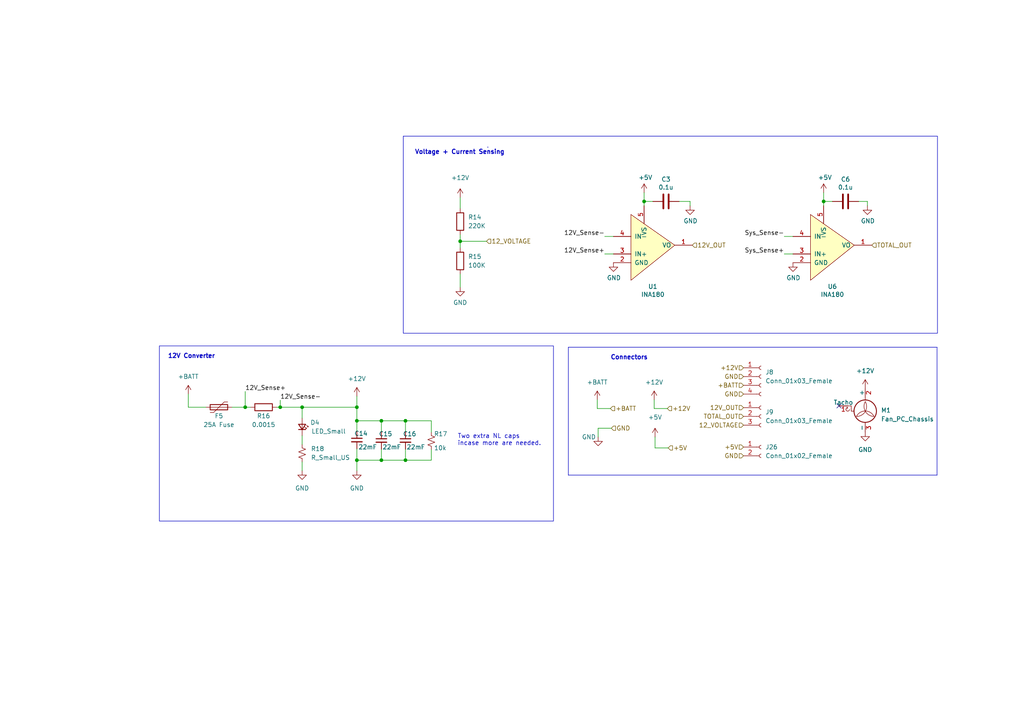
<source format=kicad_sch>
(kicad_sch (version 20231120) (generator "eeschema") (generator_version "8.0")
  (paper "A4")
  (lib_symbols
    (symbol "Connector:Conn_01x02_Female" (pin_names (offset 1.016) hide)
      (property "Reference" "J" (at 0 2.54 0))
      (property "Value" "Conn_01x02_Female" (at 0 -5.08 0))
      (symbol "Conn_01x02_Female_1_1"
        (arc (start 0 -2.032) (mid -0.5058 -2.54) (end 0 -3.048) (stroke (width 0.1524)))
        (polyline (pts (xy -1.27 -2.54) (xy -0.508 -2.54)) (stroke (width 0.1524)))
        (polyline (pts (xy -1.27 0) (xy -0.508 0)) (stroke (width 0.1524)))
        (arc (start 0 0.508) (mid -0.5058 0) (end 0 -0.508) (stroke (width 0.1524)))
        (pin passive line (at -5.08 0 0) (length 3.81) (name "Pin_1") (number "1"))
        (pin passive line (at -5.08 -2.54 0) (length 3.81) (name "Pin_2") (number "2"))
      )
    )
    (symbol "Connector:Conn_01x03_Female" (pin_names (offset 1.016) hide)
      (property "Reference" "J" (at 0 5.08 0))
      (property "Value" "Conn_01x03_Female" (at 0 -5.08 0))
      (symbol "Conn_01x03_Female_1_1"
        (arc (start 0 -2.032) (mid -0.5058 -2.54) (end 0 -3.048) (stroke (width 0.1524)))
        (polyline (pts (xy -1.27 -2.54) (xy -0.508 -2.54)) (stroke (width 0.1524)))
        (polyline (pts (xy -1.27 0) (xy -0.508 0)) (stroke (width 0.1524)))
        (polyline (pts (xy -1.27 2.54) (xy -0.508 2.54)) (stroke (width 0.1524)))
        (arc (start 0 0.508) (mid -0.5058 0) (end 0 -0.508) (stroke (width 0.1524)))
        (arc (start 0 3.048) (mid -0.5058 2.54) (end 0 2.032) (stroke (width 0.1524)))
        (pin passive line (at -5.08 2.54 0) (length 3.81) (name "Pin_1") (number "1"))
        (pin passive line (at -5.08 0 0) (length 3.81) (name "Pin_2") (number "2"))
        (pin passive line (at -5.08 -2.54 0) (length 3.81) (name "Pin_3") (number "3"))
      )
    )
    (symbol "Connector:Conn_01x04_Female" (pin_names (offset 1.016) hide)
      (property "Reference" "J" (at 0 5.08 0))
      (property "Value" "Conn_01x04_Female" (at 0 -7.62 0))
      (symbol "Conn_01x04_Female_1_1"
        (arc (start 0 -4.572) (mid -0.5058 -5.08) (end 0 -5.588) (stroke (width 0.1524)))
        (arc (start 0 -2.032) (mid -0.5058 -2.54) (end 0 -3.048) (stroke (width 0.1524)))
        (polyline (pts (xy -1.27 -5.08) (xy -0.508 -5.08)) (stroke (width 0.1524)))
        (polyline (pts (xy -1.27 -2.54) (xy -0.508 -2.54)) (stroke (width 0.1524)))
        (polyline (pts (xy -1.27 0) (xy -0.508 0)) (stroke (width 0.1524)))
        (polyline (pts (xy -1.27 2.54) (xy -0.508 2.54)) (stroke (width 0.1524)))
        (arc (start 0 0.508) (mid -0.5058 0) (end 0 -0.508) (stroke (width 0.1524)))
        (arc (start 0 3.048) (mid -0.5058 2.54) (end 0 2.032) (stroke (width 0.1524)))
        (pin passive line (at -5.08 2.54 0) (length 3.81) (name "Pin_1") (number "1"))
        (pin passive line (at -5.08 0 0) (length 3.81) (name "Pin_2") (number "2"))
        (pin passive line (at -5.08 -2.54 0) (length 3.81) (name "Pin_3") (number "3"))
        (pin passive line (at -5.08 -5.08 0) (length 3.81) (name "Pin_4") (number "4"))
      )
    )
    (symbol "Device:C" (pin_numbers hide) (pin_names (offset 0.254))
      (property "Reference" "C" (at 0.635 2.54 0))
      (property "Value" "C" (at 0.635 -2.54 0))
      (symbol "C_0_1"
        (polyline (pts (xy -2.032 -0.762) (xy 2.032 -0.762)) (stroke (width 0.508)))
        (polyline (pts (xy -2.032 0.762) (xy 2.032 0.762)) (stroke (width 0.508)))
      )
      (symbol "C_1_1"
        (pin passive line (at 0 3.81 270) (length 2.794) (name "~") (number "1"))
        (pin passive line (at 0 -3.81 90) (length 2.794) (name "~") (number "2"))
      )
    )
    (symbol "Device:C_Small" (pin_numbers hide) (pin_names (offset 0.254) hide)
      (property "Reference" "C" (at 0.254 1.778 0))
      (property "Value" "C_Small" (at 0.254 -2.032 0))
      (symbol "C_Small_0_1"
        (polyline (pts (xy -1.524 -0.508) (xy 1.524 -0.508)) (stroke (width 0.3302)))
        (polyline (pts (xy -1.524 0.508) (xy 1.524 0.508)) (stroke (width 0.3048)))
      )
      (symbol "C_Small_1_1"
        (pin passive line (at 0 2.54 270) (length 2.032) (name "~") (number "1"))
        (pin passive line (at 0 -2.54 90) (length 2.032) (name "~") (number "2"))
      )
    )
    (symbol "Device:LED_Small" (pin_numbers hide) (pin_names (offset 0.254) hide)
      (property "Reference" "D" (at -1.27 3.175 0))
      (property "Value" "LED_Small" (at -4.445 -2.54 0))
      (symbol "LED_Small_0_1"
        (polyline (pts (xy -0.762 -1.016) (xy -0.762 1.016)) (stroke (width 0.254)))
        (polyline (pts (xy 1.016 0) (xy -0.762 0)))
        (polyline (pts (xy 0.762 -1.016) (xy -0.762 0) (xy 0.762 1.016) (xy 0.762 -1.016)) (stroke (width 0.254)))
        (polyline (pts (xy 0 0.762) (xy -0.508 1.27) (xy -0.254 1.27) (xy -0.508 1.27) (xy -0.508 1.016)))
        (polyline (pts (xy 0.508 1.27) (xy 0 1.778) (xy 0.254 1.778) (xy 0 1.778) (xy 0 1.524)))
      )
      (symbol "LED_Small_1_1"
        (pin passive line (at -2.54 0 0) (length 1.778) (name "K") (number "1"))
        (pin passive line (at 2.54 0 180) (length 1.778) (name "A") (number "2"))
      )
    )
    (symbol "Device:Polyfuse" (pin_numbers hide) (pin_names (offset 0))
      (property "Reference" "F" (at -2.54 0 90))
      (property "Value" "Polyfuse" (at 2.54 0 90))
      (symbol "Polyfuse_0_1"
        (rectangle (start -0.762 2.54) (end 0.762 -2.54) (stroke (width 0.254)))
        (polyline (pts (xy 0 2.54) (xy 0 -2.54)))
        (polyline (pts (xy -1.524 2.54) (xy -1.524 1.524) (xy 1.524 -1.524) (xy 1.524 -2.54)))
      )
      (symbol "Polyfuse_1_1"
        (pin passive line (at 0 3.81 270) (length 1.27) (name "~") (number "1"))
        (pin passive line (at 0 -3.81 90) (length 1.27) (name "~") (number "2"))
      )
    )
    (symbol "Device:R" (pin_numbers hide) (pin_names (offset 0))
      (property "Reference" "R" (at 2.032 0 90))
      (property "Value" "R" (at 0 0 90))
      (symbol "R_0_1"
        (rectangle (start -1.016 -2.54) (end 1.016 2.54) (stroke (width 0.254)))
      )
      (symbol "R_1_1"
        (pin passive line (at 0 3.81 270) (length 1.27) (name "~") (number "1"))
        (pin passive line (at 0 -3.81 90) (length 1.27) (name "~") (number "2"))
      )
    )
    (symbol "Device:R_Small_US" (pin_numbers hide) (pin_names (offset 0.254) hide)
      (property "Reference" "R" (at 0.762 0.508 0))
      (property "Value" "R_Small_US" (at 0.762 -1.016 0))
      (symbol "R_Small_US_1_1"
        (polyline (pts (xy 0 0) (xy 1.016 -0.381) (xy 0 -0.762) (xy -1.016 -1.143) (xy 0 -1.524)))
        (polyline (pts (xy 0 1.524) (xy 1.016 1.143) (xy 0 0.762) (xy -1.016 0.381) (xy 0 0)))
        (pin passive line (at 0 2.54 270) (length 1.016) (name "~") (number "1"))
        (pin passive line (at 0 -2.54 90) (length 1.016) (name "~") (number "2"))
      )
    )
    (symbol "Motor:Fan_PC_Chassis" (pin_names (offset 0))
      (property "Reference" "M" (at 2.54 2.54 0))
      (property "Value" "Fan_PC_Chassis" (at 2.54 -5.08 0))
      (symbol "Fan_PC_Chassis_0_0"
        (arc (start -5.588 -1.016) (mid -5.08 -1.5218) (end -4.572 -1.016))
        (arc (start -5.08 -0.508) (mid -5.4392 -0.6568) (end -5.588 -1.016))
        (polyline (pts (xy -5.08 -0.508) (xy -5.334 -0.381)))
        (polyline (pts (xy -5.08 -0.508) (xy -5.207 -0.762)))
        (polyline (pts (xy -4.064 0) (xy -4.064 -1.524) (xy -3.302 -1.524)))
      )
      (symbol "Fan_PC_Chassis_0_1"
        (arc (start -2.54 -3.048) (mid 0.0028 -1.6279) (end 0 1.27))
        (circle (center 0 -1.524) (radius 3.2512) (stroke (width 0.254)))
        (polyline (pts (xy -4.064 0) (xy -5.08 0)))
        (polyline (pts (xy 0 -7.62) (xy 0 -7.112)))
        (polyline (pts (xy 0 -4.7752) (xy 0 -5.1816)))
        (polyline (pts (xy 0 1.7272) (xy 0 2.0828)))
        (polyline (pts (xy 0 2.032) (xy 0 2.54)))
        (arc (start 0 1.27) (mid 0.053 -1.619) (end 2.54 -3.048))
        (arc (start 2.54 -3.048) (mid 0 -1.4782) (end -2.54 -3.048))
      )
      (symbol "Fan_PC_Chassis_1_1"
        (pin passive line (at -7.62 0 0) (length 2.54) (name "Tacho") (number "1"))
        (pin passive line (at 0 5.08 270) (length 2.54) (name "+") (number "2"))
        (pin passive line (at 0 -7.62 90) (length 2.54) (name "-") (number "3"))
      )
    )
    (symbol "canhw:INA180" (pin_names (offset 1.016))
      (property "Reference" "U" (at -5.08 13.97 0))
      (property "Value" "INA180" (at -11.43 15.24 0))
      (symbol "INA180_0_1"
        (polyline (pts (xy 5.08 0) (xy -7.62 8.89)))
        (polyline (pts (xy -7.62 8.89) (xy -7.62 -10.16) (xy 5.08 0)) (fill (type background)))
      )
      (symbol "INA180_1_1"
        (pin output line (at 10.16 0 180) (length 5.08) (name "VO") (number "1"))
        (pin power_in line (at -12.7 -5.08 0) (length 5.08) (name "GND") (number "2"))
        (pin input line (at -12.7 -2.54 0) (length 5.08) (name "IN+") (number "3"))
        (pin input line (at -12.7 2.54 0) (length 5.08) (name "IN-") (number "4"))
        (pin power_in line (at -3.81 11.43 270) (length 5.08) (name "VS") (number "5"))
      )
    )
    (symbol "power:+12V" (power) (pin_names (offset 0))
      (property "Value" "+12V" (at 0 3.556 0))
      (symbol "+12V_0_1"
        (polyline (pts (xy -0.762 1.27) (xy 0 2.54)))
        (polyline (pts (xy 0 0) (xy 0 2.54)))
        (polyline (pts (xy 0 2.54) (xy 0.762 1.27)))
      )
      (symbol "+12V_1_1"
        (pin power_in line (at 0 0 90) (length 0) hide (name "+12V") (number "1"))
      )
    )
    (symbol "power:+5V" (power) (pin_names (offset 0))
      (property "Value" "+5V" (at 0 3.556 0))
      (symbol "+5V_0_1"
        (polyline (pts (xy -0.762 1.27) (xy 0 2.54)))
        (polyline (pts (xy 0 0) (xy 0 2.54)))
        (polyline (pts (xy 0 2.54) (xy 0.762 1.27)))
      )
      (symbol "+5V_1_1"
        (pin power_in line (at 0 0 90) (length 0) hide (name "+5V") (number "1"))
      )
    )
    (symbol "power:+BATT" (power) (pin_names (offset 0))
      (property "Value" "+BATT" (at 0 3.556 0))
      (symbol "+BATT_0_1"
        (polyline (pts (xy -0.762 1.27) (xy 0 2.54)))
        (polyline (pts (xy 0 0) (xy 0 2.54)))
        (polyline (pts (xy 0 2.54) (xy 0.762 1.27)))
      )
      (symbol "+BATT_1_1"
        (pin power_in line (at 0 0 90) (length 0) hide (name "+BATT") (number "1"))
      )
    )
    (symbol "power:GND" (power) (pin_names (offset 0))
      (property "Value" "GND" (at 0 -3.81 0))
      (symbol "GND_0_1"
        (polyline (pts (xy 0 0) (xy 0 -1.27) (xy 1.27 -1.27) (xy 0 -2.54) (xy -1.27 -1.27) (xy 0 -1.27)))
      )
      (symbol "GND_1_1"
        (pin power_in line (at 0 0 270) (length 0) hide (name "GND") (number "1"))
      )
    )
  )
  (junction (at 103.505 133.477))
  (junction (at 110.617 122.047))
  (junction (at 133.477 69.977))
  (junction (at 81.28 118.11))
  (junction (at 117.602 122.047))
  (junction (at 103.505 122.047))
  (junction (at 186.817 58.42))
  (junction (at 238.887 58.42))
  (junction (at 117.602 133.477))
  (junction (at 71.12 118.11))
  (junction (at 110.617 133.477))
  (junction (at 103.505 118.11))
  (junction (at 87.63 118.11))
  (no_connect (at 243.332 117.729))
  (wire (pts (xy 80.264 118.11) (xy 81.28 118.11)))
  (wire (pts (xy 186.817 58.42) (xy 189.357 58.42)))
  (wire (pts (xy 110.617 125.222) (xy 110.617 122.047)))
  (polyline (pts (xy 141.605 42.672) (xy 141.351 42.672)))
  (wire (pts (xy 81.28 118.11) (xy 87.63 118.11)))
  (wire (pts (xy 81.28 116.078) (xy 81.28 118.11)))
  (wire (pts (xy 196.977 58.42) (xy 200.152 58.42)))
  (wire (pts (xy 173.482 126.746) (xy 173.482 124.206)))
  (wire (pts (xy 125.095 122.047) (xy 125.095 125.349)))
  (wire (pts (xy 133.477 69.977) (xy 141.097 69.977)))
  (wire (pts (xy 133.477 69.977) (xy 133.477 71.882)))
  (wire (pts (xy 110.617 133.477) (xy 117.602 133.477)))
  (wire (pts (xy 189.738 115.951) (xy 189.738 118.491)))
  (wire (pts (xy 87.63 126.365) (xy 87.63 128.905)))
  (wire (pts (xy 117.602 130.302) (xy 117.602 133.477)))
  (wire (pts (xy 87.63 118.11) (xy 103.505 118.11)))
  (wire (pts (xy 238.887 59.69) (xy 238.887 58.42)))
  (wire (pts (xy 173.228 115.951) (xy 173.228 118.491)))
  (wire (pts (xy 103.505 122.047) (xy 103.505 125.095)))
  (wire (pts (xy 103.505 118.11) (xy 103.505 122.047)))
  (wire (pts (xy 193.802 129.921) (xy 189.992 129.921)))
  (wire (pts (xy 125.095 130.429) (xy 125.095 133.477)))
  (wire (pts (xy 227.457 73.66) (xy 229.997 73.66)))
  (polyline (pts (xy 164.846 137.795) (xy 164.846 100.711)))
  (wire (pts (xy 67.31 118.11) (xy 71.12 118.11)))
  (wire (pts (xy 103.505 122.047) (xy 110.617 122.047)))
  (wire (pts (xy 133.477 57.277) (xy 133.477 60.452)))
  (wire (pts (xy 71.12 113.538) (xy 71.12 118.11)))
  (wire (pts (xy 54.61 114.3) (xy 54.61 118.11)))
  (wire (pts (xy 117.602 122.047) (xy 125.095 122.047)))
  (wire (pts (xy 54.61 118.11) (xy 59.69 118.11)))
  (wire (pts (xy 117.602 133.477) (xy 125.095 133.477)))
  (polyline (pts (xy 271.78 100.711) (xy 271.78 137.795)))
  (wire (pts (xy 103.505 130.175) (xy 103.505 133.477)))
  (wire (pts (xy 186.817 58.42) (xy 186.817 55.88)))
  (wire (pts (xy 87.63 133.985) (xy 87.63 136.525)))
  (wire (pts (xy 227.457 68.58) (xy 229.997 68.58)))
  (wire (pts (xy 103.505 133.477) (xy 103.505 136.525)))
  (wire (pts (xy 103.505 114.935) (xy 103.505 118.11)))
  (wire (pts (xy 133.477 68.072) (xy 133.477 69.977)))
  (polyline (pts (xy 164.846 100.711) (xy 271.78 100.711)))
  (wire (pts (xy 175.387 68.58) (xy 177.927 68.58)))
  (wire (pts (xy 186.817 58.42) (xy 186.817 59.69)))
  (wire (pts (xy 249.047 58.42) (xy 251.587 58.42)))
  (wire (pts (xy 200.152 58.42) (xy 200.152 59.69)))
  (wire (pts (xy 251.587 58.42) (xy 251.587 59.69)))
  (wire (pts (xy 110.617 122.047) (xy 117.602 122.047)))
  (wire (pts (xy 238.887 58.42) (xy 241.427 58.42)))
  (wire (pts (xy 133.477 79.502) (xy 133.477 83.312)))
  (wire (pts (xy 71.12 118.11) (xy 72.644 118.11)))
  (wire (pts (xy 189.992 126.746) (xy 189.992 129.921)))
  (wire (pts (xy 189.738 118.491) (xy 193.548 118.491)))
  (polyline (pts (xy 271.78 137.795) (xy 164.846 137.795)))
  (wire (pts (xy 103.505 133.477) (xy 110.617 133.477)))
  (wire (pts (xy 173.482 124.206) (xy 177.292 124.206)))
  (wire (pts (xy 87.63 121.285) (xy 87.63 118.11)))
  (wire (pts (xy 110.617 130.302) (xy 110.617 133.477)))
  (wire (pts (xy 175.387 73.66) (xy 177.927 73.66)))
  (wire (pts (xy 117.602 125.222) (xy 117.602 122.047)))
  (wire (pts (xy 238.887 58.42) (xy 238.887 55.88)))
  (wire (pts (xy 173.228 118.491) (xy 177.038 118.491)))
  (rectangle (start 116.967 39.497) (end 271.907 96.647))
  (rectangle (start 46.228 100.33) (end 160.528 151.13))
  (text "12V Converter\n" (at 48.641 104.14 0) (effects (font (size 1.27 1.27) (bold yes)) (justify left bottom)))
  (text "Two extra NL caps\nincase more are needed." (at 132.715 129.413 0) (effects (font (size 1.27 1.27)) (justify left bottom)))
  (text "Voltage + Current Sensing\n" (at 120.269 44.958 0) (effects (font (size 1.27 1.27) (bold yes)) (justify left bottom)))
  (text "Connectors" (at 177.038 104.521 0) (effects (font (size 1.27 1.27) (bold yes)) (justify left bottom)))
  (label "12V_Sense+" (at 71.12 113.538 0))
  (label "12V_Sense-" (at 81.28 116.078 0))
  (label "12V_Sense-" (at 175.387 68.58 180))
  (label "Sys_Sense+" (at 227.457 73.66 180))
  (label "12V_Sense+" (at 175.387 73.66 180))
  (label "Sys_Sense-" (at 227.457 68.58 180))
  (hierarchical_label "+12V" (shape input) (at 215.646 106.68 180))
  (hierarchical_label "TOTAL_OUT" (shape input) (at 215.646 120.777 180))
  (hierarchical_label "12_VOLTAGE" (shape input) (at 141.097 69.977 0))
  (hierarchical_label "+5V" (shape input) (at 193.802 129.921 0))
  (hierarchical_label "+BATT" (shape input) (at 215.646 111.76 180))
  (hierarchical_label "12_VOLTAGE" (shape input) (at 215.646 123.317 180))
  (hierarchical_label "TOTAL_OUT" (shape input) (at 252.857 71.12 0))
  (hierarchical_label "+BATT" (shape input) (at 177.038 118.491 0))
  (hierarchical_label "GND" (shape input) (at 215.646 114.3 180))
  (hierarchical_label "+12V" (shape input) (at 193.548 118.491 0))
  (hierarchical_label "12V_OUT" (shape input) (at 200.787 71.12 0))
  (hierarchical_label "GND" (shape input) (at 215.646 109.22 180))
  (hierarchical_label "GND" (shape input) (at 177.292 124.206 0))
  (hierarchical_label "GND" (shape input) (at 215.646 132.207 180))
  (hierarchical_label "12V_OUT" (shape input) (at 215.646 118.237 180))
  (hierarchical_label "+5V" (shape input) (at 215.646 129.667 180))
  (symbol (lib_id "Device:R") (at 76.454 118.11 90) (unit 1)
    (property "Reference" "R16" (at 76.454 120.65 90))
    (property "Value" "0.0015" (at 76.454 123.19 90))
    (property "Footprint" "Resistor_SMD:R_2512_6332Metric_Pad1.40x3.35mm_HandSolder" (effects (hide yes)))
  )
  (symbol (lib_id "power:+5V") (at 238.887 55.88 0) (unit 1)
    (property "Reference" "#PWR017" (effects (hide yes)))
    (property "Value" "+5V" (at 239.268 51.4858 0))
  )
  (symbol (lib_id "power:GND") (at 250.952 125.349 0) (mirror y) (unit 1)
    (property "Reference" "#PWR096" (effects (hide yes)))
    (property "Value" "GND" (at 250.952 130.429 0))
  )
  (symbol (lib_id "Device:R_Small_US") (at 125.095 127.889 0) (unit 1)
    (property "Reference" "R17" (at 125.857 125.857 0) (effects (justify left)))
    (property "Value" "10k" (at 125.857 129.921 0) (effects (justify left)))
    (property "Footprint" "Resistor_SMD:R_0805_2012Metric_Pad1.20x1.40mm_HandSolder" (effects (hide yes)))
  )
  (symbol (lib_id "power:GND") (at 200.152 59.69 0) (unit 1)
    (property "Reference" "#PWR019" (effects (hide yes)))
    (property "Value" "GND" (at 200.279 64.0842 0))
  )
  (symbol (lib_id "power:+12V") (at 133.477 57.277 0) (unit 1)
    (property "Reference" "#PWR018" (effects (hide yes)))
    (property "Value" "+12V" (at 133.477 51.562 0))
  )
  (symbol (lib_id "power:+5V") (at 189.992 126.746 0) (unit 1)
    (property "Reference" "#PWR098" (effects (hide yes)))
    (property "Value" "+5V" (at 189.992 121.031 0))
  )
  (symbol (lib_id "power:+12V") (at 250.952 112.649 0) (mirror y) (unit 1)
    (property "Reference" "#PWR024" (effects (hide yes)))
    (property "Value" "+12V" (at 250.952 107.569 0))
  )
  (symbol (lib_id "power:+12V") (at 103.505 114.935 0) (mirror y) (unit 1)
    (property "Reference" "#PWR026" (effects (hide yes)))
    (property "Value" "+12V" (at 103.505 109.855 0))
  )
  (symbol (lib_id "power:+BATT") (at 54.61 114.3 0) (unit 1)
    (property "Reference" "#PWR025" (effects (hide yes)))
    (property "Value" "+BATT" (at 54.61 109.22 0))
  )
  (symbol (lib_id "Connector:Conn_01x04_Female") (at 220.726 109.22 0) (unit 1)
    (property "Reference" "J8" (at 221.996 107.9499 0) (effects (justify left)))
    (property "Value" "Conn_01x03_Female" (at 221.996 110.4899 0) (effects (justify left)))
    (property "Footprint" "GSP:CUI_TB008A-508-04BE" (effects (hide yes)))
  )
  (symbol (lib_id "canhw:INA180") (at 242.697 71.12 0) (unit 1)
    (property "Reference" "U6" (at 241.427 83.1088 0))
    (property "Value" "INA180" (at 241.427 85.4202 0))
    (property "Footprint" "Package_TO_SOT_SMD:SOT-23-5_HandSoldering" (effects (hide yes)))
  )
  (symbol (lib_id "Device:R") (at 133.477 75.692 0) (unit 1)
    (property "Reference" "R15" (at 135.763 74.4219 0) (effects (justify left)))
    (property "Value" "100K" (at 135.763 76.9619 0) (effects (justify left)))
    (property "Footprint" "Resistor_SMD:R_0805_2012Metric_Pad1.20x1.40mm_HandSolder" (effects (hide yes)))
  )
  (symbol (lib_id "canhw:INA180") (at 190.627 71.12 0) (unit 1)
    (property "Reference" "U1" (at 189.357 83.1088 0))
    (property "Value" "INA180" (at 189.357 85.4202 0))
    (property "Footprint" "Package_TO_SOT_SMD:SOT-23-5_HandSoldering" (effects (hide yes)))
  )
  (symbol (lib_id "Device:C") (at 245.237 58.42 270) (unit 1)
    (property "Reference" "C6" (at 245.237 52.0192 90))
    (property "Value" "0.1u" (at 245.237 54.3306 90))
    (property "Footprint" "Capacitor_SMD:C_0805_2012Metric_Pad1.18x1.45mm_HandSolder" (effects (hide yes)))
  )
  (symbol (lib_id "Device:C_Small") (at 103.505 127.635 0) (mirror y) (unit 1)
    (property "Reference" "C14" (at 106.68 125.73 0) (effects (justify left)))
    (property "Value" "22mF" (at 109.347 129.667 0) (effects (justify left)))
    (property "Footprint" "GSP:LLS1C223MELZ" (effects (hide yes)))
  )
  (symbol (lib_id "Device:LED_Small") (at 87.63 123.825 270) (mirror x) (unit 1)
    (property "Reference" "D4" (at 92.71 122.555 90) (effects (justify right)))
    (property "Value" "LED_Small" (at 100.33 125.095 90) (effects (justify right)))
    (property "Footprint" "Diode_SMD:D_1206_3216Metric_Pad1.42x1.75mm_HandSolder" (effects (hide yes)))
  )
  (symbol (lib_id "Device:R") (at 133.477 64.262 0) (unit 1)
    (property "Reference" "R14" (at 135.763 62.9919 0) (effects (justify left)))
    (property "Value" "220K" (at 135.763 65.5319 0) (effects (justify left)))
    (property "Footprint" "Resistor_SMD:R_0805_2012Metric_Pad1.20x1.40mm_HandSolder" (effects (hide yes)))
  )
  (symbol (lib_id "Device:R_Small_US") (at 87.63 131.445 180) (unit 1)
    (property "Reference" "R18" (at 90.17 130.1749 0) (effects (justify right)))
    (property "Value" "R_Small_US" (at 90.17 132.7149 0) (effects (justify right)))
    (property "Footprint" "Resistor_SMD:R_0805_2012Metric_Pad1.20x1.40mm_HandSolder" (effects (hide yes)))
  )
  (symbol (lib_id "power:GND") (at 173.482 126.746 0) (mirror y) (unit 1)
    (property "Reference" "#PWR097" (effects (hide yes)))
    (property "Value" "GND" (at 172.847 126.746 0) (effects (justify left)))
  )
  (symbol (lib_id "power:GND") (at 87.63 136.525 0) (unit 1)
    (property "Reference" "#PWR099" (effects (hide yes)))
    (property "Value" "GND" (at 87.63 141.605 0))
  )
  (symbol (lib_id "power:GND") (at 229.997 76.2 0) (unit 1)
    (property "Reference" "#PWR022" (effects (hide yes)))
    (property "Value" "GND" (at 230.124 80.5942 0))
  )
  (symbol (lib_id "Connector:Conn_01x02_Female") (at 220.726 129.667 0) (unit 1)
    (property "Reference" "J26" (at 221.996 129.6669 0) (effects (justify left)))
    (property "Value" "Conn_01x02_Female" (at 221.996 132.2069 0) (effects (justify left)))
    (property "Footprint" "GSP:1935310" (effects (hide yes)))
  )
  (symbol (lib_id "Device:C_Small") (at 110.617 127.762 0) (mirror y) (unit 1)
    (property "Reference" "C15" (at 113.792 125.857 0) (effects (justify left)))
    (property "Value" "22mF" (at 116.332 129.667 0) (effects (justify left)))
    (property "Footprint" "GSP:LLS1C223MELZ" (effects (hide yes)))
  )
  (symbol (lib_id "Motor:Fan_PC_Chassis") (at 250.952 117.729 0) (unit 1)
    (property "Reference" "M1" (at 255.524 118.9989 0) (effects (justify left)))
    (property "Value" "Fan_PC_Chassis" (at 255.524 121.5389 0) (effects (justify left)))
    (property "Footprint" "Connector:FanPinHeader_1x03_P2.54mm_Vertical" (effects (hide yes)))
    (property "Datasheet" "http://www.hardwarecanucks.com/forum/attachments/new-builds/16287d1330775095-help-chassis-power-fan-connectors-motherboard-asus_p8z68.jpg" (effects (hide yes)))
  )
  (symbol (lib_id "power:+BATT") (at 173.228 115.951 0) (unit 1)
    (property "Reference" "#PWR027" (effects (hide yes)))
    (property "Value" "+BATT" (at 173.228 110.871 0))
  )
  (symbol (lib_id "power:+12V") (at 189.738 115.951 0) (mirror y) (unit 1)
    (property "Reference" "#PWR028" (effects (hide yes)))
    (property "Value" "+12V" (at 189.738 110.871 0))
  )
  (symbol (lib_id "power:GND") (at 251.587 59.69 0) (unit 1)
    (property "Reference" "#PWR020" (effects (hide yes)))
    (property "Value" "GND" (at 251.714 64.0842 0))
  )
  (symbol (lib_id "power:GND") (at 133.477 83.312 0) (unit 1)
    (property "Reference" "#PWR023" (effects (hide yes)))
    (property "Value" "GND" (at 133.477 87.757 0))
  )
  (symbol (lib_id "power:GND") (at 177.927 76.2 0) (unit 1)
    (property "Reference" "#PWR021" (effects (hide yes)))
    (property "Value" "GND" (at 178.054 80.5942 0))
  )
  (symbol (lib_id "power:+5V") (at 186.817 55.88 0) (unit 1)
    (property "Reference" "#PWR013" (effects (hide yes)))
    (property "Value" "+5V" (at 187.198 51.4858 0))
  )
  (symbol (lib_id "Connector:Conn_01x03_Female") (at 220.726 120.777 0) (unit 1)
    (property "Reference" "J9" (at 221.996 119.5069 0) (effects (justify left)))
    (property "Value" "Conn_01x03_Female" (at 221.996 122.0469 0) (effects (justify left)))
    (property "Footprint" "GSP:1935323" (effects (hide yes)))
  )
  (symbol (lib_id "Device:C") (at 193.167 58.42 270) (unit 1)
    (property "Reference" "C3" (at 193.167 52.0192 90))
    (property "Value" "0.1u" (at 193.167 54.3306 90))
    (property "Footprint" "Capacitor_SMD:C_0805_2012Metric_Pad1.18x1.45mm_HandSolder" (effects (hide yes)))
  )
  (symbol (lib_id "Device:Polyfuse") (at 63.5 118.11 90) (unit 1)
    (property "Reference" "F5" (at 63.5 120.65 90))
    (property "Value" "25A Fuse" (at 63.5 123.19 90))
    (property "Footprint" "Fuse:Fuseholder_Clip-6.3x32mm_Littelfuse_102_122_Inline_P34.21x7.62mm_D1.98mm_Horizontal" (effects (hide yes)))
  )
  (symbol (lib_id "power:GND") (at 103.505 136.525 0) (mirror y) (unit 1)
    (property "Reference" "#PWR0100" (effects (hide yes)))
    (property "Value" "GND" (at 103.505 141.605 0))
  )
  (symbol (lib_id "Device:C_Small") (at 117.602 127.762 0) (mirror y) (unit 1)
    (property "Reference" "C16" (at 120.777 125.857 0) (effects (justify left)))
    (property "Value" "22mF" (at 123.317 129.667 0) (effects (justify left)))
    (property "Footprint" "GSP:LLS1C223MELZ" (effects (hide yes)))
  )
)
</source>
